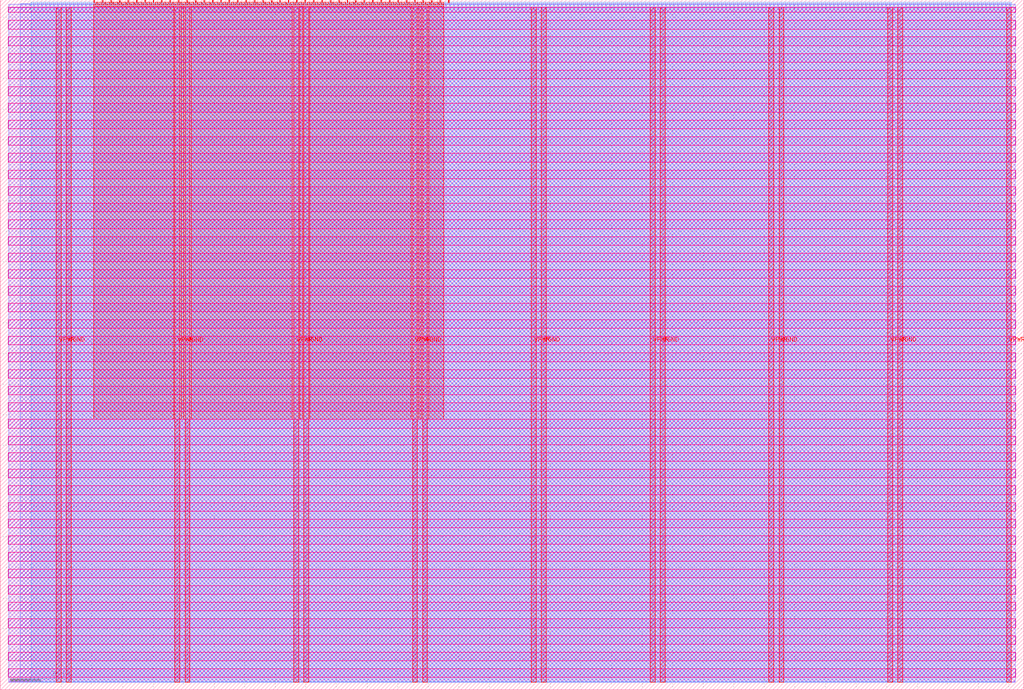
<source format=lef>
VERSION 5.7 ;
  NOWIREEXTENSIONATPIN ON ;
  DIVIDERCHAR "/" ;
  BUSBITCHARS "[]" ;
MACRO tt_um_jayjaywong12
  CLASS BLOCK ;
  FOREIGN tt_um_jayjaywong12 ;
  ORIGIN 0.000 0.000 ;
  SIZE 334.880 BY 225.760 ;
  PIN VGND
    DIRECTION INOUT ;
    USE GROUND ;
    PORT
      LAYER met4 ;
        RECT 21.580 2.480 23.180 223.280 ;
    END
    PORT
      LAYER met4 ;
        RECT 60.450 2.480 62.050 223.280 ;
    END
    PORT
      LAYER met4 ;
        RECT 99.320 2.480 100.920 223.280 ;
    END
    PORT
      LAYER met4 ;
        RECT 138.190 2.480 139.790 223.280 ;
    END
    PORT
      LAYER met4 ;
        RECT 177.060 2.480 178.660 223.280 ;
    END
    PORT
      LAYER met4 ;
        RECT 215.930 2.480 217.530 223.280 ;
    END
    PORT
      LAYER met4 ;
        RECT 254.800 2.480 256.400 223.280 ;
    END
    PORT
      LAYER met4 ;
        RECT 293.670 2.480 295.270 223.280 ;
    END
  END VGND
  PIN VPWR
    DIRECTION INOUT ;
    USE POWER ;
    PORT
      LAYER met4 ;
        RECT 18.280 2.480 19.880 223.280 ;
    END
    PORT
      LAYER met4 ;
        RECT 57.150 2.480 58.750 223.280 ;
    END
    PORT
      LAYER met4 ;
        RECT 96.020 2.480 97.620 223.280 ;
    END
    PORT
      LAYER met4 ;
        RECT 134.890 2.480 136.490 223.280 ;
    END
    PORT
      LAYER met4 ;
        RECT 173.760 2.480 175.360 223.280 ;
    END
    PORT
      LAYER met4 ;
        RECT 212.630 2.480 214.230 223.280 ;
    END
    PORT
      LAYER met4 ;
        RECT 251.500 2.480 253.100 223.280 ;
    END
    PORT
      LAYER met4 ;
        RECT 290.370 2.480 291.970 223.280 ;
    END
    PORT
      LAYER met4 ;
        RECT 329.240 2.480 330.840 223.280 ;
    END
  END VPWR
  PIN clk
    DIRECTION INPUT ;
    USE SIGNAL ;
    ANTENNAGATEAREA 0.852000 ;
    PORT
      LAYER met4 ;
        RECT 143.830 224.760 144.130 225.760 ;
    END
  END clk
  PIN ena
    DIRECTION INPUT ;
    USE SIGNAL ;
    PORT
      LAYER met4 ;
        RECT 146.590 224.760 146.890 225.760 ;
    END
  END ena
  PIN rst_n
    DIRECTION INPUT ;
    USE SIGNAL ;
    ANTENNAGATEAREA 0.196500 ;
    PORT
      LAYER met4 ;
        RECT 141.070 224.760 141.370 225.760 ;
    END
  END rst_n
  PIN ui_in[0]
    DIRECTION INPUT ;
    USE SIGNAL ;
    ANTENNAGATEAREA 0.213000 ;
    PORT
      LAYER met4 ;
        RECT 138.310 224.760 138.610 225.760 ;
    END
  END ui_in[0]
  PIN ui_in[1]
    DIRECTION INPUT ;
    USE SIGNAL ;
    ANTENNAGATEAREA 0.196500 ;
    PORT
      LAYER met4 ;
        RECT 135.550 224.760 135.850 225.760 ;
    END
  END ui_in[1]
  PIN ui_in[2]
    DIRECTION INPUT ;
    USE SIGNAL ;
    ANTENNAGATEAREA 0.213000 ;
    PORT
      LAYER met4 ;
        RECT 132.790 224.760 133.090 225.760 ;
    END
  END ui_in[2]
  PIN ui_in[3]
    DIRECTION INPUT ;
    USE SIGNAL ;
    ANTENNAGATEAREA 0.196500 ;
    PORT
      LAYER met4 ;
        RECT 130.030 224.760 130.330 225.760 ;
    END
  END ui_in[3]
  PIN ui_in[4]
    DIRECTION INPUT ;
    USE SIGNAL ;
    ANTENNAGATEAREA 0.213000 ;
    PORT
      LAYER met4 ;
        RECT 127.270 224.760 127.570 225.760 ;
    END
  END ui_in[4]
  PIN ui_in[5]
    DIRECTION INPUT ;
    USE SIGNAL ;
    ANTENNAGATEAREA 0.159000 ;
    PORT
      LAYER met4 ;
        RECT 124.510 224.760 124.810 225.760 ;
    END
  END ui_in[5]
  PIN ui_in[6]
    DIRECTION INPUT ;
    USE SIGNAL ;
    ANTENNAGATEAREA 0.196500 ;
    PORT
      LAYER met4 ;
        RECT 121.750 224.760 122.050 225.760 ;
    END
  END ui_in[6]
  PIN ui_in[7]
    DIRECTION INPUT ;
    USE SIGNAL ;
    ANTENNAGATEAREA 0.196500 ;
    PORT
      LAYER met4 ;
        RECT 118.990 224.760 119.290 225.760 ;
    END
  END ui_in[7]
  PIN uio_in[0]
    DIRECTION INPUT ;
    USE SIGNAL ;
    ANTENNAGATEAREA 0.196500 ;
    PORT
      LAYER met4 ;
        RECT 116.230 224.760 116.530 225.760 ;
    END
  END uio_in[0]
  PIN uio_in[1]
    DIRECTION INPUT ;
    USE SIGNAL ;
    ANTENNAGATEAREA 0.196500 ;
    PORT
      LAYER met4 ;
        RECT 113.470 224.760 113.770 225.760 ;
    END
  END uio_in[1]
  PIN uio_in[2]
    DIRECTION INPUT ;
    USE SIGNAL ;
    ANTENNAGATEAREA 0.196500 ;
    PORT
      LAYER met4 ;
        RECT 110.710 224.760 111.010 225.760 ;
    END
  END uio_in[2]
  PIN uio_in[3]
    DIRECTION INPUT ;
    USE SIGNAL ;
    ANTENNAGATEAREA 0.196500 ;
    PORT
      LAYER met4 ;
        RECT 107.950 224.760 108.250 225.760 ;
    END
  END uio_in[3]
  PIN uio_in[4]
    DIRECTION INPUT ;
    USE SIGNAL ;
    PORT
      LAYER met4 ;
        RECT 105.190 224.760 105.490 225.760 ;
    END
  END uio_in[4]
  PIN uio_in[5]
    DIRECTION INPUT ;
    USE SIGNAL ;
    PORT
      LAYER met4 ;
        RECT 102.430 224.760 102.730 225.760 ;
    END
  END uio_in[5]
  PIN uio_in[6]
    DIRECTION INPUT ;
    USE SIGNAL ;
    PORT
      LAYER met4 ;
        RECT 99.670 224.760 99.970 225.760 ;
    END
  END uio_in[6]
  PIN uio_in[7]
    DIRECTION INPUT ;
    USE SIGNAL ;
    PORT
      LAYER met4 ;
        RECT 96.910 224.760 97.210 225.760 ;
    END
  END uio_in[7]
  PIN uio_oe[0]
    DIRECTION OUTPUT ;
    USE SIGNAL ;
    ANTENNADIFFAREA 0.445500 ;
    PORT
      LAYER met4 ;
        RECT 49.990 224.760 50.290 225.760 ;
    END
  END uio_oe[0]
  PIN uio_oe[1]
    DIRECTION OUTPUT ;
    USE SIGNAL ;
    ANTENNADIFFAREA 0.445500 ;
    PORT
      LAYER met4 ;
        RECT 47.230 224.760 47.530 225.760 ;
    END
  END uio_oe[1]
  PIN uio_oe[2]
    DIRECTION OUTPUT ;
    USE SIGNAL ;
    ANTENNADIFFAREA 0.445500 ;
    PORT
      LAYER met4 ;
        RECT 44.470 224.760 44.770 225.760 ;
    END
  END uio_oe[2]
  PIN uio_oe[3]
    DIRECTION OUTPUT ;
    USE SIGNAL ;
    ANTENNADIFFAREA 0.445500 ;
    PORT
      LAYER met4 ;
        RECT 41.710 224.760 42.010 225.760 ;
    END
  END uio_oe[3]
  PIN uio_oe[4]
    DIRECTION OUTPUT ;
    USE SIGNAL ;
    ANTENNADIFFAREA 0.445500 ;
    PORT
      LAYER met4 ;
        RECT 38.950 224.760 39.250 225.760 ;
    END
  END uio_oe[4]
  PIN uio_oe[5]
    DIRECTION OUTPUT ;
    USE SIGNAL ;
    ANTENNADIFFAREA 0.445500 ;
    PORT
      LAYER met4 ;
        RECT 36.190 224.760 36.490 225.760 ;
    END
  END uio_oe[5]
  PIN uio_oe[6]
    DIRECTION OUTPUT ;
    USE SIGNAL ;
    ANTENNADIFFAREA 0.445500 ;
    PORT
      LAYER met4 ;
        RECT 33.430 224.760 33.730 225.760 ;
    END
  END uio_oe[6]
  PIN uio_oe[7]
    DIRECTION OUTPUT ;
    USE SIGNAL ;
    ANTENNADIFFAREA 0.445500 ;
    PORT
      LAYER met4 ;
        RECT 30.670 224.760 30.970 225.760 ;
    END
  END uio_oe[7]
  PIN uio_out[0]
    DIRECTION OUTPUT ;
    USE SIGNAL ;
    ANTENNADIFFAREA 0.891000 ;
    PORT
      LAYER met4 ;
        RECT 72.070 224.760 72.370 225.760 ;
    END
  END uio_out[0]
  PIN uio_out[1]
    DIRECTION OUTPUT ;
    USE SIGNAL ;
    ANTENNADIFFAREA 1.431000 ;
    PORT
      LAYER met4 ;
        RECT 69.310 224.760 69.610 225.760 ;
    END
  END uio_out[1]
  PIN uio_out[2]
    DIRECTION OUTPUT ;
    USE SIGNAL ;
    ANTENNADIFFAREA 0.891000 ;
    PORT
      LAYER met4 ;
        RECT 66.550 224.760 66.850 225.760 ;
    END
  END uio_out[2]
  PIN uio_out[3]
    DIRECTION OUTPUT ;
    USE SIGNAL ;
    ANTENNADIFFAREA 0.891000 ;
    PORT
      LAYER met4 ;
        RECT 63.790 224.760 64.090 225.760 ;
    END
  END uio_out[3]
  PIN uio_out[4]
    DIRECTION OUTPUT ;
    USE SIGNAL ;
    ANTENNAGATEAREA 0.999000 ;
    ANTENNADIFFAREA 0.891000 ;
    PORT
      LAYER met4 ;
        RECT 61.030 224.760 61.330 225.760 ;
    END
  END uio_out[4]
  PIN uio_out[5]
    DIRECTION OUTPUT ;
    USE SIGNAL ;
    ANTENNAGATEAREA 0.994500 ;
    ANTENNADIFFAREA 0.891000 ;
    PORT
      LAYER met4 ;
        RECT 58.270 224.760 58.570 225.760 ;
    END
  END uio_out[5]
  PIN uio_out[6]
    DIRECTION OUTPUT ;
    USE SIGNAL ;
    ANTENNADIFFAREA 0.445500 ;
    PORT
      LAYER met4 ;
        RECT 55.510 224.760 55.810 225.760 ;
    END
  END uio_out[6]
  PIN uio_out[7]
    DIRECTION OUTPUT ;
    USE SIGNAL ;
    ANTENNADIFFAREA 0.445500 ;
    PORT
      LAYER met4 ;
        RECT 52.750 224.760 53.050 225.760 ;
    END
  END uio_out[7]
  PIN uo_out[0]
    DIRECTION OUTPUT ;
    USE SIGNAL ;
    ANTENNAGATEAREA 0.378000 ;
    ANTENNADIFFAREA 0.891000 ;
    PORT
      LAYER met4 ;
        RECT 94.150 224.760 94.450 225.760 ;
    END
  END uo_out[0]
  PIN uo_out[1]
    DIRECTION OUTPUT ;
    USE SIGNAL ;
    ANTENNAGATEAREA 0.378000 ;
    ANTENNADIFFAREA 0.891000 ;
    PORT
      LAYER met4 ;
        RECT 91.390 224.760 91.690 225.760 ;
    END
  END uo_out[1]
  PIN uo_out[2]
    DIRECTION OUTPUT ;
    USE SIGNAL ;
    ANTENNAGATEAREA 0.378000 ;
    ANTENNADIFFAREA 0.891000 ;
    PORT
      LAYER met4 ;
        RECT 88.630 224.760 88.930 225.760 ;
    END
  END uo_out[2]
  PIN uo_out[3]
    DIRECTION OUTPUT ;
    USE SIGNAL ;
    ANTENNAGATEAREA 0.378000 ;
    ANTENNADIFFAREA 0.891000 ;
    PORT
      LAYER met4 ;
        RECT 85.870 224.760 86.170 225.760 ;
    END
  END uo_out[3]
  PIN uo_out[4]
    DIRECTION OUTPUT ;
    USE SIGNAL ;
    ANTENNAGATEAREA 0.378000 ;
    ANTENNADIFFAREA 0.891000 ;
    PORT
      LAYER met4 ;
        RECT 83.110 224.760 83.410 225.760 ;
    END
  END uo_out[4]
  PIN uo_out[5]
    DIRECTION OUTPUT ;
    USE SIGNAL ;
    ANTENNAGATEAREA 0.499500 ;
    ANTENNADIFFAREA 0.891000 ;
    PORT
      LAYER met4 ;
        RECT 80.350 224.760 80.650 225.760 ;
    END
  END uo_out[5]
  PIN uo_out[6]
    DIRECTION OUTPUT ;
    USE SIGNAL ;
    ANTENNAGATEAREA 0.499500 ;
    ANTENNADIFFAREA 0.891000 ;
    PORT
      LAYER met4 ;
        RECT 77.590 224.760 77.890 225.760 ;
    END
  END uo_out[6]
  PIN uo_out[7]
    DIRECTION OUTPUT ;
    USE SIGNAL ;
    ANTENNAGATEAREA 0.499500 ;
    ANTENNADIFFAREA 0.891000 ;
    PORT
      LAYER met4 ;
        RECT 74.830 224.760 75.130 225.760 ;
    END
  END uo_out[7]
  OBS
      LAYER nwell ;
        RECT 2.570 221.625 332.310 223.230 ;
        RECT 2.570 216.185 332.310 219.015 ;
        RECT 2.570 210.745 332.310 213.575 ;
        RECT 2.570 205.305 332.310 208.135 ;
        RECT 2.570 199.865 332.310 202.695 ;
        RECT 2.570 194.425 332.310 197.255 ;
        RECT 2.570 188.985 332.310 191.815 ;
        RECT 2.570 183.545 332.310 186.375 ;
        RECT 2.570 178.105 332.310 180.935 ;
        RECT 2.570 172.665 332.310 175.495 ;
        RECT 2.570 167.225 332.310 170.055 ;
        RECT 2.570 161.785 332.310 164.615 ;
        RECT 2.570 156.345 332.310 159.175 ;
        RECT 2.570 150.905 332.310 153.735 ;
        RECT 2.570 145.465 332.310 148.295 ;
        RECT 2.570 140.025 332.310 142.855 ;
        RECT 2.570 134.585 332.310 137.415 ;
        RECT 2.570 129.145 332.310 131.975 ;
        RECT 2.570 123.705 332.310 126.535 ;
        RECT 2.570 118.265 332.310 121.095 ;
        RECT 2.570 112.825 332.310 115.655 ;
        RECT 2.570 107.385 332.310 110.215 ;
        RECT 2.570 101.945 332.310 104.775 ;
        RECT 2.570 96.505 332.310 99.335 ;
        RECT 2.570 91.065 332.310 93.895 ;
        RECT 2.570 85.625 332.310 88.455 ;
        RECT 2.570 80.185 332.310 83.015 ;
        RECT 2.570 74.745 332.310 77.575 ;
        RECT 2.570 69.305 332.310 72.135 ;
        RECT 2.570 63.865 332.310 66.695 ;
        RECT 2.570 58.425 332.310 61.255 ;
        RECT 2.570 52.985 332.310 55.815 ;
        RECT 2.570 47.545 332.310 50.375 ;
        RECT 2.570 42.105 332.310 44.935 ;
        RECT 2.570 36.665 332.310 39.495 ;
        RECT 2.570 31.225 332.310 34.055 ;
        RECT 2.570 25.785 332.310 28.615 ;
        RECT 2.570 20.345 332.310 23.175 ;
        RECT 2.570 14.905 332.310 17.735 ;
        RECT 2.570 9.465 332.310 12.295 ;
        RECT 2.570 4.025 332.310 6.855 ;
      LAYER li1 ;
        RECT 2.760 2.635 332.120 223.125 ;
      LAYER met1 ;
        RECT 2.760 2.480 332.120 224.360 ;
      LAYER met2 ;
        RECT 6.540 2.535 330.810 224.390 ;
      LAYER met3 ;
        RECT 10.185 2.555 330.830 224.900 ;
      LAYER met4 ;
        RECT 31.370 224.360 33.030 224.905 ;
        RECT 34.130 224.360 35.790 224.905 ;
        RECT 36.890 224.360 38.550 224.905 ;
        RECT 39.650 224.360 41.310 224.905 ;
        RECT 42.410 224.360 44.070 224.905 ;
        RECT 45.170 224.360 46.830 224.905 ;
        RECT 47.930 224.360 49.590 224.905 ;
        RECT 50.690 224.360 52.350 224.905 ;
        RECT 53.450 224.360 55.110 224.905 ;
        RECT 56.210 224.360 57.870 224.905 ;
        RECT 58.970 224.360 60.630 224.905 ;
        RECT 61.730 224.360 63.390 224.905 ;
        RECT 64.490 224.360 66.150 224.905 ;
        RECT 67.250 224.360 68.910 224.905 ;
        RECT 70.010 224.360 71.670 224.905 ;
        RECT 72.770 224.360 74.430 224.905 ;
        RECT 75.530 224.360 77.190 224.905 ;
        RECT 78.290 224.360 79.950 224.905 ;
        RECT 81.050 224.360 82.710 224.905 ;
        RECT 83.810 224.360 85.470 224.905 ;
        RECT 86.570 224.360 88.230 224.905 ;
        RECT 89.330 224.360 90.990 224.905 ;
        RECT 92.090 224.360 93.750 224.905 ;
        RECT 94.850 224.360 96.510 224.905 ;
        RECT 97.610 224.360 99.270 224.905 ;
        RECT 100.370 224.360 102.030 224.905 ;
        RECT 103.130 224.360 104.790 224.905 ;
        RECT 105.890 224.360 107.550 224.905 ;
        RECT 108.650 224.360 110.310 224.905 ;
        RECT 111.410 224.360 113.070 224.905 ;
        RECT 114.170 224.360 115.830 224.905 ;
        RECT 116.930 224.360 118.590 224.905 ;
        RECT 119.690 224.360 121.350 224.905 ;
        RECT 122.450 224.360 124.110 224.905 ;
        RECT 125.210 224.360 126.870 224.905 ;
        RECT 127.970 224.360 129.630 224.905 ;
        RECT 130.730 224.360 132.390 224.905 ;
        RECT 133.490 224.360 135.150 224.905 ;
        RECT 136.250 224.360 137.910 224.905 ;
        RECT 139.010 224.360 140.670 224.905 ;
        RECT 141.770 224.360 143.430 224.905 ;
        RECT 144.530 224.360 145.065 224.905 ;
        RECT 30.655 223.680 145.065 224.360 ;
        RECT 30.655 88.575 56.750 223.680 ;
        RECT 59.150 88.575 60.050 223.680 ;
        RECT 62.450 88.575 95.620 223.680 ;
        RECT 98.020 88.575 98.920 223.680 ;
        RECT 101.320 88.575 134.490 223.680 ;
        RECT 136.890 88.575 137.790 223.680 ;
        RECT 140.190 88.575 145.065 223.680 ;
  END
END tt_um_jayjaywong12
END LIBRARY


</source>
